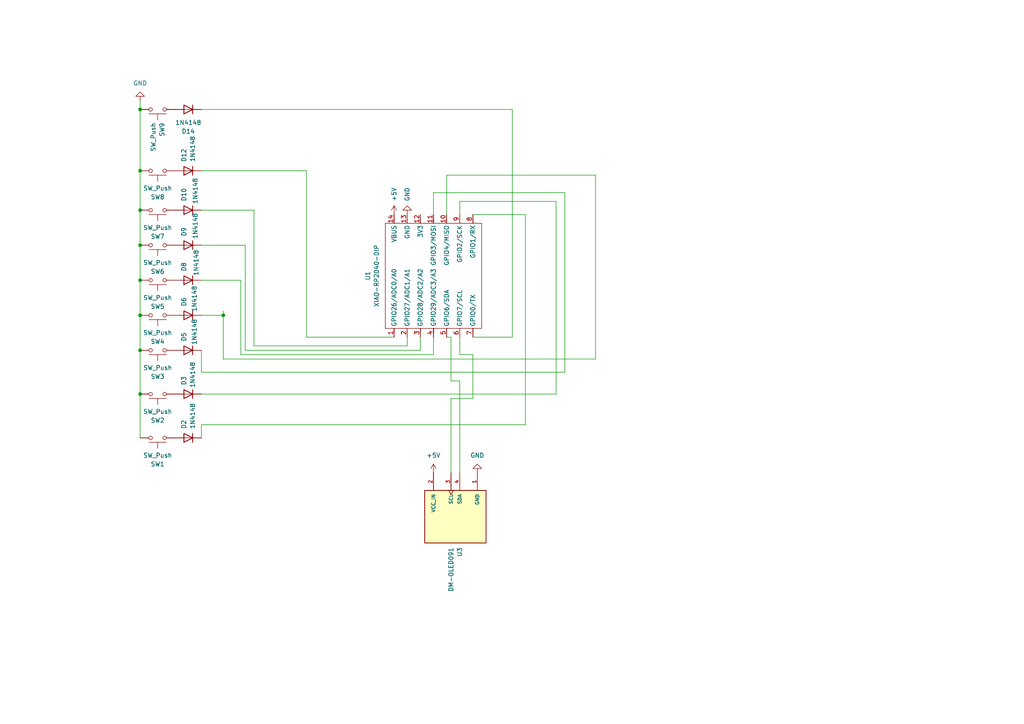
<source format=kicad_sch>
(kicad_sch (version 20231120) (generator "eeschema") (generator_version "8.0")
  (paper "A4")
  (lib_symbols
    (symbol "Diode:1N4148" (pin_numbers hide) (pin_names hide)
      (property "Reference" "D" (at 0 2.54 0))
      (property "Value" "1N4148" (at 0 -2.54 0))
      (symbol "1N4148_0_1"
        (polyline (pts (xy -1.27 1.27) (xy -1.27 -1.27)) (stroke (width 0.254)))
        (polyline (pts (xy 1.27 0) (xy -1.27 0)))
        (polyline (pts (xy 1.27 1.27) (xy 1.27 -1.27) (xy -1.27 0) (xy 1.27 1.27)) (stroke (width 0.254)))
      )
      (symbol "1N4148_1_1"
        (pin passive line (at -3.81 0 0) (length 2.54) (name "K") (number "1"))
        (pin passive line (at 3.81 0 180) (length 2.54) (name "A") (number "2"))
      )
    )
    (symbol "OLED_096:DM-OLED096-636" (pin_names (offset 1.016))
      (property "Reference" "U" (at -7.62 10.922 0))
      (property "Value" "DM-OLED096-636" (at -7.62 -10.16 0))
      (symbol "DM-OLED096-636_0_0"
        (rectangle (start -7.62 -7.62) (end 7.62 10.16) (stroke (width 0.254)) (fill (type background)))
        (pin power_in line (at 12.7 -5.08 180) (length 5.08) (name "GND") (number "1"))
        (pin power_in line (at 12.7 7.62 180) (length 5.08) (name "VCC_IN") (number "2"))
        (pin input clock (at 12.7 2.54 180) (length 5.08) (name "SCL") (number "3"))
        (pin bidirectional line (at 12.7 0 180) (length 5.08) (name "SDA") (number "4"))
      )
    )
    (symbol "OPL:XIAO-RP2040-DIP"
      (property "Reference" "U" (at 0 0 0))
      (property "Value" "XIAO-RP2040-DIP" (at 5.334 -1.778 0))
      (symbol "XIAO-RP2040-DIP_1_0"
        (polyline (pts (xy -1.27 -30.48) (xy -1.27 -16.51)) (stroke (width 0.1524)))
        (polyline (pts (xy -1.27 -27.94) (xy -2.54 -27.94)) (stroke (width 0.1524)))
        (polyline (pts (xy -1.27 -24.13) (xy -2.54 -24.13)) (stroke (width 0.1524)))
        (polyline (pts (xy -1.27 -20.32) (xy -2.54 -20.32)) (stroke (width 0.1524)))
        (polyline (pts (xy -1.27 -16.51) (xy -2.54 -16.51)) (stroke (width 0.1524)))
        (polyline (pts (xy -1.27 -16.51) (xy -1.27 -12.7)) (stroke (width 0.1524)))
        (polyline (pts (xy -1.27 -12.7) (xy -2.54 -12.7)) (stroke (width 0.1524)))
        (polyline (pts (xy -1.27 -12.7) (xy -1.27 -8.89)) (stroke (width 0.1524)))
        (polyline (pts (xy -1.27 -8.89) (xy -2.54 -8.89)) (stroke (width 0.1524)))
        (polyline (pts (xy -1.27 -8.89) (xy -1.27 -5.08)) (stroke (width 0.1524)))
        (polyline (pts (xy -1.27 -5.08) (xy -2.54 -5.08)) (stroke (width 0.1524)))
        (polyline (pts (xy -1.27 -5.08) (xy -1.27 -2.54)) (stroke (width 0.1524)))
        (polyline (pts (xy -1.27 -2.54) (xy 29.21 -2.54)) (stroke (width 0.1524)))
        (polyline (pts (xy 29.21 -30.48) (xy -1.27 -30.48)) (stroke (width 0.1524)))
        (polyline (pts (xy 29.21 -12.7) (xy 29.21 -30.48)) (stroke (width 0.1524)))
        (polyline (pts (xy 29.21 -8.89) (xy 29.21 -12.7)) (stroke (width 0.1524)))
        (polyline (pts (xy 29.21 -5.08) (xy 29.21 -8.89)) (stroke (width 0.1524)))
        (polyline (pts (xy 29.21 -2.54) (xy 29.21 -5.08)) (stroke (width 0.1524)))
        (polyline (pts (xy 30.48 -27.94) (xy 29.21 -27.94)) (stroke (width 0.1524)))
        (polyline (pts (xy 30.48 -24.13) (xy 29.21 -24.13)) (stroke (width 0.1524)))
        (polyline (pts (xy 30.48 -20.32) (xy 29.21 -20.32)) (stroke (width 0.1524)))
        (polyline (pts (xy 30.48 -16.51) (xy 29.21 -16.51)) (stroke (width 0.1524)))
        (polyline (pts (xy 30.48 -12.7) (xy 29.21 -12.7)) (stroke (width 0.1524)))
        (polyline (pts (xy 30.48 -8.89) (xy 29.21 -8.89)) (stroke (width 0.1524)))
        (polyline (pts (xy 30.48 -5.08) (xy 29.21 -5.08)) (stroke (width 0.1524)))
        (pin passive line (at -3.81 -5.08 0) (length 2.54) (name "GPIO26/ADC0/A0") (number "1"))
        (pin passive line (at 31.75 -20.32 180) (length 2.54) (name "GPIO4/MISO") (number "10"))
        (pin passive line (at 31.75 -16.51 180) (length 2.54) (name "GPIO3/MOSI") (number "11"))
        (pin passive line (at 31.75 -12.7 180) (length 2.54) (name "3V3") (number "12"))
        (pin passive line (at 31.75 -8.89 180) (length 2.54) (name "GND") (number "13"))
        (pin passive line (at 31.75 -5.08 180) (length 2.54) (name "VBUS") (number "14"))
        (pin passive line (at -3.81 -8.89 0) (length 2.54) (name "GPIO27/ADC1/A1") (number "2"))
        (pin passive line (at -3.81 -12.7 0) (length 2.54) (name "GPIO28/ADC2/A2") (number "3"))
        (pin passive line (at -3.81 -16.51 0) (length 2.54) (name "GPIO29/ADC3/A3") (number "4"))
        (pin passive line (at -3.81 -20.32 0) (length 2.54) (name "GPIO6/SDA") (number "5"))
        (pin passive line (at -3.81 -24.13 0) (length 2.54) (name "GPIO7/SCL") (number "6"))
        (pin passive line (at -3.81 -27.94 0) (length 2.54) (name "GPIO0/TX") (number "7"))
        (pin passive line (at 31.75 -27.94 180) (length 2.54) (name "GPIO1/RX") (number "8"))
        (pin passive line (at 31.75 -24.13 180) (length 2.54) (name "GPIO2/SCK") (number "9"))
      )
    )
    (symbol "Switch:SW_Push" (pin_numbers hide) (pin_names (offset 1.016) hide)
      (property "Reference" "SW" (at 1.27 2.54 0))
      (property "Value" "SW_Push" (at 0 -1.524 0))
      (symbol "SW_Push_0_1"
        (circle (center -2.032 0) (radius 0.508))
        (polyline (pts (xy 0 1.27) (xy 0 3.048)))
        (polyline (pts (xy 2.54 1.27) (xy -2.54 1.27)))
        (circle (center 2.032 0) (radius 0.508))
        (pin passive line (at -5.08 0 0) (length 2.54) (name "1") (number "1"))
        (pin passive line (at 5.08 0 180) (length 2.54) (name "2") (number "2"))
      )
    )
    (symbol "power:+5V" (power) (pin_numbers hide) (pin_names (offset 0) hide)
      (property "Value" "+5V" (at 0 3.556 0))
      (symbol "+5V_0_1"
        (polyline (pts (xy -0.762 1.27) (xy 0 2.54)))
        (polyline (pts (xy 0 0) (xy 0 2.54)))
        (polyline (pts (xy 0 2.54) (xy 0.762 1.27)))
      )
      (symbol "+5V_1_1"
        (pin power_in line (at 0 0 90) (length 0) (name "~") (number "1"))
      )
    )
    (symbol "power:GND" (power) (pin_numbers hide) (pin_names (offset 0) hide)
      (property "Value" "GND" (at 0 -3.81 0))
      (symbol "GND_0_1"
        (polyline (pts (xy 0 0) (xy 0 -1.27) (xy 1.27 -1.27) (xy 0 -2.54) (xy -1.27 -1.27) (xy 0 -1.27)))
      )
      (symbol "GND_1_1"
        (pin power_in line (at 0 0 270) (length 0) (name "~") (number "1"))
      )
    )
  )
  (junction (at 40.64 31.75))
  (junction (at 40.64 91.44))
  (junction (at 40.64 49.53))
  (junction (at 40.64 71.12))
  (junction (at 40.64 81.28))
  (junction (at 40.64 60.96))
  (junction (at 64.77 91.44))
  (junction (at 40.64 114.3))
  (junction (at 40.64 101.6))
  (wire (pts (xy 152.4 62.23) (xy 137.16 62.23)))
  (wire (pts (xy 40.64 49.53) (xy 40.64 60.96)))
  (wire (pts (xy 125.73 55.88) (xy 125.73 62.23)))
  (wire (pts (xy 133.35 97.79) (xy 133.35 102.87)))
  (wire (pts (xy 148.59 31.75) (xy 58.42 31.75)))
  (wire (pts (xy 88.9 97.79) (xy 114.3 97.79)))
  (wire (pts (xy 118.11 97.79) (xy 118.11 100.33)))
  (wire (pts (xy 40.64 60.96) (xy 40.64 71.12)))
  (wire (pts (xy 130.81 115.57) (xy 137.16 115.57)))
  (wire (pts (xy 58.42 107.95) (xy 163.83 107.95)))
  (wire (pts (xy 121.92 97.79) (xy 121.92 101.6)))
  (wire (pts (xy 129.54 62.23) (xy 129.54 50.8)))
  (wire (pts (xy 73.66 60.96) (xy 58.42 60.96)))
  (wire (pts (xy 69.85 81.28) (xy 69.85 102.87)))
  (wire (pts (xy 58.42 101.6) (xy 58.42 107.95)))
  (wire (pts (xy 64.77 91.44) (xy 64.77 104.14)))
  (wire (pts (xy 148.59 97.79) (xy 148.59 31.75)))
  (wire (pts (xy 69.85 102.87) (xy 125.73 102.87)))
  (wire (pts (xy 58.42 127) (xy 58.42 123.19)))
  (wire (pts (xy 58.42 81.28) (xy 69.85 81.28)))
  (wire (pts (xy 125.73 102.87) (xy 125.73 97.79)))
  (wire (pts (xy 121.92 101.6) (xy 71.12 101.6)))
  (wire (pts (xy 172.72 50.8) (xy 172.72 104.14)))
  (wire (pts (xy 152.4 123.19) (xy 152.4 62.23)))
  (wire (pts (xy 130.81 110.49) (xy 130.81 97.79)))
  (wire (pts (xy 40.64 114.3) (xy 40.64 127)))
  (wire (pts (xy 133.35 62.23) (xy 133.35 58.42)))
  (wire (pts (xy 163.83 107.95) (xy 163.83 55.88)))
  (wire (pts (xy 40.64 29.21) (xy 40.64 31.75)))
  (wire (pts (xy 64.77 90.17) (xy 64.77 91.44)))
  (wire (pts (xy 137.16 115.57) (xy 137.16 102.87)))
  (wire (pts (xy 129.54 50.8) (xy 172.72 50.8)))
  (wire (pts (xy 172.72 104.14) (xy 64.77 104.14)))
  (wire (pts (xy 40.64 91.44) (xy 40.64 101.6)))
  (wire (pts (xy 40.64 81.28) (xy 40.64 91.44)))
  (wire (pts (xy 58.42 123.19) (xy 152.4 123.19)))
  (wire (pts (xy 88.9 49.53) (xy 88.9 97.79)))
  (wire (pts (xy 133.35 110.49) (xy 130.81 110.49)))
  (wire (pts (xy 137.16 97.79) (xy 148.59 97.79)))
  (wire (pts (xy 71.12 71.12) (xy 58.42 71.12)))
  (wire (pts (xy 64.77 91.44) (xy 58.42 91.44)))
  (wire (pts (xy 73.66 100.33) (xy 73.66 60.96)))
  (wire (pts (xy 163.83 55.88) (xy 125.73 55.88)))
  (wire (pts (xy 58.42 49.53) (xy 88.9 49.53)))
  (wire (pts (xy 161.29 58.42) (xy 161.29 114.3)))
  (wire (pts (xy 40.64 31.75) (xy 40.64 49.53)))
  (wire (pts (xy 161.29 114.3) (xy 58.42 114.3)))
  (wire (pts (xy 137.16 102.87) (xy 133.35 102.87)))
  (wire (pts (xy 118.11 100.33) (xy 73.66 100.33)))
  (wire (pts (xy 130.81 97.79) (xy 129.54 97.79)))
  (wire (pts (xy 40.64 71.12) (xy 40.64 81.28)))
  (wire (pts (xy 71.12 101.6) (xy 71.12 71.12)))
  (wire (pts (xy 40.64 101.6) (xy 40.64 114.3)))
  (wire (pts (xy 133.35 137.16) (xy 133.35 110.49)))
  (wire (pts (xy 130.81 137.16) (xy 130.81 115.57)))
  (wire (pts (xy 133.35 58.42) (xy 161.29 58.42)))
  (symbol (lib_id "power:GND") (at 138.43 137.16 180) (unit 1)
    (property "Reference" "#PWR09" (effects (hide yes)))
    (property "Value" "GND" (at 138.43 132.08 0))
    (property "Description" "Power symbol creates a global label with name \"GND\" , ground" (effects (hide yes)))
  )
  (symbol (lib_id "power:+5V") (at 125.73 137.16 0) (unit 1)
    (property "Reference" "#PWR010" (effects (hide yes)))
    (property "Value" "+5V" (at 125.73 132.08 0))
    (property "Description" "Power symbol creates a global label with name \"+5V\"" (effects (hide yes)))
  )
  (symbol (lib_id "Diode:1N4148") (at 54.61 81.28 180) (unit 1)
    (property "Reference" "D8" (at 53.3399 78.74 90) (effects (justify right)))
    (property "Value" "1N4148" (at 56.896 80.01 90) (effects (justify right)))
    (property "Footprint" "Diode_THT:D_DO-35_SOD27_P7.62mm_Horizontal" (effects (hide yes)))
    (property "Datasheet" "https://assets.nexperia.com/documents/data-sheet/1N4148_1N4448.pdf" (effects (hide yes)))
    (property "Description" "100V 0.15A standard switching diode, DO-35" (effects (hide yes)))
    (property "Sim.Device" "D" (effects (hide yes)))
    (property "Sim.Pins" "1=K 2=A" (effects (hide yes)))
  )
  (symbol (lib_id "power:GND") (at 40.64 29.21 180) (unit 1)
    (property "Reference" "#PWR013" (effects (hide yes)))
    (property "Value" "GND" (at 40.64 24.13 0))
    (property "Description" "Power symbol creates a global label with name \"GND\" , ground" (effects (hide yes)))
  )
  (symbol (lib_id "power:+5V") (at 114.3 62.23 0) (unit 1)
    (property "Reference" "#PWR05" (effects (hide yes)))
    (property "Value" "+5V" (at 114.2999 58.42 90) (effects (justify left)))
    (property "Description" "Power symbol creates a global label with name \"+5V\"" (effects (hide yes)))
  )
  (symbol (lib_id "Diode:1N4148") (at 54.61 114.3 180) (unit 1)
    (property "Reference" "D3" (at 53.3399 111.76 90) (effects (justify right)))
    (property "Value" "1N4148" (at 55.88 112.522 90) (effects (justify right)))
    (property "Footprint" "Diode_THT:D_DO-35_SOD27_P7.62mm_Horizontal" (effects (hide yes)))
    (property "Datasheet" "https://assets.nexperia.com/documents/data-sheet/1N4148_1N4448.pdf" (effects (hide yes)))
    (property "Description" "100V 0.15A standard switching diode, DO-35" (effects (hide yes)))
    (property "Sim.Device" "D" (effects (hide yes)))
    (property "Sim.Pins" "1=K 2=A" (effects (hide yes)))
  )
  (symbol (lib_id "power:GND") (at 118.11 62.23 180) (unit 1)
    (property "Reference" "#PWR06" (effects (hide yes)))
    (property "Value" "GND" (at 118.1099 58.42 90) (effects (justify right)))
    (property "Description" "Power symbol creates a global label with name \"GND\" , ground" (effects (hide yes)))
  )
  (symbol (lib_id "Diode:1N4148") (at 54.61 49.53 180) (unit 1)
    (property "Reference" "D12" (at 53.3399 46.99 90) (effects (justify right)))
    (property "Value" "1N4148" (at 55.8799 46.99 90) (effects (justify right)))
    (property "Footprint" "Diode_THT:D_DO-35_SOD27_P7.62mm_Horizontal" (effects (hide yes)))
    (property "Datasheet" "https://assets.nexperia.com/documents/data-sheet/1N4148_1N4448.pdf" (effects (hide yes)))
    (property "Description" "100V 0.15A standard switching diode, DO-35" (effects (hide yes)))
    (property "Sim.Device" "D" (effects (hide yes)))
    (property "Sim.Pins" "1=K 2=A" (effects (hide yes)))
  )
  (symbol (lib_id "Switch:SW_Push") (at 45.72 71.12 180) (unit 1)
    (property "Reference" "SW6" (at 45.72 78.74 0))
    (property "Value" "SW_Push" (at 45.72 76.2 0))
    (property "Footprint" "Button_Switch_Keyboard:SW_Cherry_MX_1.00u_PCB" (effects (hide yes)))
    (property "Description" "Push button switch, generic, two pins" (effects (hide yes)))
  )
  (symbol (lib_id "Diode:1N4148") (at 54.61 91.44 180) (unit 1)
    (property "Reference" "D6" (at 53.3399 88.9 90) (effects (justify right)))
    (property "Value" "1N4148" (at 56.388 90.424 90) (effects (justify right)))
    (property "Footprint" "Diode_THT:D_DO-35_SOD27_P7.62mm_Horizontal" (effects (hide yes)))
    (property "Datasheet" "https://assets.nexperia.com/documents/data-sheet/1N4148_1N4448.pdf" (effects (hide yes)))
    (property "Description" "100V 0.15A standard switching diode, DO-35" (effects (hide yes)))
    (property "Sim.Device" "D" (effects (hide yes)))
    (property "Sim.Pins" "1=K 2=A" (effects (hide yes)))
  )
  (symbol (lib_id "Diode:1N4148") (at 54.61 101.6 180) (unit 1)
    (property "Reference" "D5" (at 53.3399 99.06 90) (effects (justify right)))
    (property "Value" "1N4148" (at 56.388 100.076 90) (effects (justify right)))
    (property "Footprint" "Diode_THT:D_DO-35_SOD27_P7.62mm_Horizontal" (effects (hide yes)))
    (property "Datasheet" "https://assets.nexperia.com/documents/data-sheet/1N4148_1N4448.pdf" (effects (hide yes)))
    (property "Description" "100V 0.15A standard switching diode, DO-35" (effects (hide yes)))
    (property "Sim.Device" "D" (effects (hide yes)))
    (property "Sim.Pins" "1=K 2=A" (effects (hide yes)))
  )
  (symbol (lib_id "Switch:SW_Push") (at 45.72 31.75 180) (unit 1)
    (property "Reference" "SW9" (at 46.9901 35.56 90) (effects (justify left)))
    (property "Value" "SW_Push" (at 44.4501 35.56 90) (effects (justify left)))
    (property "Footprint" "Button_Switch_Keyboard:SW_Cherry_MX_1.00u_PCB" (effects (hide yes)))
    (property "Description" "Push button switch, generic, two pins" (effects (hide yes)))
  )
  (symbol (lib_id "Switch:SW_Push") (at 45.72 101.6 180) (unit 1)
    (property "Reference" "SW3" (at 45.72 109.22 0))
    (property "Value" "SW_Push" (at 45.72 106.68 0))
    (property "Footprint" "Button_Switch_Keyboard:SW_Cherry_MX_1.00u_PCB" (effects (hide yes)))
    (property "Description" "Push button switch, generic, two pins" (effects (hide yes)))
  )
  (symbol (lib_id "Switch:SW_Push") (at 45.72 91.44 180) (unit 1)
    (property "Reference" "SW4" (at 45.72 99.06 0))
    (property "Value" "SW_Push" (at 45.72 96.52 0))
    (property "Footprint" "Button_Switch_Keyboard:SW_Cherry_MX_1.00u_PCB" (effects (hide yes)))
    (property "Description" "Push button switch, generic, two pins" (effects (hide yes)))
  )
  (symbol (lib_id "Switch:SW_Push") (at 45.72 81.28 180) (unit 1)
    (property "Reference" "SW5" (at 45.72 88.9 0))
    (property "Value" "SW_Push" (at 45.72 86.36 0))
    (property "Footprint" "Button_Switch_Keyboard:SW_Cherry_MX_1.00u_PCB" (effects (hide yes)))
    (property "Description" "Push button switch, generic, two pins" (effects (hide yes)))
  )
  (symbol (lib_id "Switch:SW_Push") (at 45.72 49.53 180) (unit 1)
    (property "Reference" "SW8" (at 45.72 57.15 0))
    (property "Value" "SW_Push" (at 45.72 54.61 0))
    (property "Footprint" "Button_Switch_Keyboard:SW_Cherry_MX_1.00u_PCB" (effects (hide yes)))
    (property "Description" "Push button switch, generic, two pins" (effects (hide yes)))
  )
  (symbol (lib_id "Switch:SW_Push") (at 45.72 114.3 180) (unit 1)
    (property "Reference" "SW2" (at 45.72 121.92 0))
    (property "Value" "SW_Push" (at 45.72 119.38 0))
    (property "Footprint" "Button_Switch_Keyboard:SW_Cherry_MX_1.00u_PCB" (effects (hide yes)))
    (property "Description" "Push button switch, generic, two pins" (effects (hide yes)))
  )
  (symbol (lib_id "Switch:SW_Push") (at 45.72 60.96 180) (unit 1)
    (property "Reference" "SW7" (at 45.72 68.58 0))
    (property "Value" "SW_Push" (at 45.72 66.04 0))
    (property "Footprint" "Button_Switch_Keyboard:SW_Cherry_MX_1.00u_PCB" (effects (hide yes)))
    (property "Description" "Push button switch, generic, two pins" (effects (hide yes)))
  )
  (symbol (lib_id "Diode:1N4148") (at 54.61 71.12 180) (unit 1)
    (property "Reference" "D9" (at 53.3399 68.58 90) (effects (justify right)))
    (property "Value" "1N4148" (at 56.642 69.342 90) (effects (justify right)))
    (property "Footprint" "Diode_THT:D_DO-35_SOD27_P7.62mm_Horizontal" (effects (hide yes)))
    (property "Datasheet" "https://assets.nexperia.com/documents/data-sheet/1N4148_1N4448.pdf" (effects (hide yes)))
    (property "Description" "100V 0.15A standard switching diode, DO-35" (effects (hide yes)))
    (property "Sim.Device" "D" (effects (hide yes)))
    (property "Sim.Pins" "1=K 2=A" (effects (hide yes)))
  )
  (symbol (lib_id "OPL:XIAO-RP2040-DIP") (at 109.22 93.98 90) (unit 1)
    (property "Reference" "U1" (at 106.68 80.01 0))
    (property "Value" "XIAO-RP2040-DIP" (at 109.22 80.01 0))
    (property "Footprint" "OPL:XIAO-RP2040-DIP" (effects (hide yes)))
  )
  (symbol (lib_id "Diode:1N4148") (at 54.61 60.96 180) (unit 1)
    (property "Reference" "D10" (at 53.3399 58.42 90) (effects (justify right)))
    (property "Value" "1N4148" (at 56.642 59.182 90) (effects (justify right)))
    (property "Footprint" "Diode_THT:D_DO-35_SOD27_P7.62mm_Horizontal" (effects (hide yes)))
    (property "Datasheet" "https://assets.nexperia.com/documents/data-sheet/1N4148_1N4448.pdf" (effects (hide yes)))
    (property "Description" "100V 0.15A standard switching diode, DO-35" (effects (hide yes)))
    (property "Sim.Device" "D" (effects (hide yes)))
    (property "Sim.Pins" "1=K 2=A" (effects (hide yes)))
  )
  (symbol (lib_id "Diode:1N4148") (at 54.61 127 180) (unit 1)
    (property "Reference" "D2" (at 53.3399 124.46 90) (effects (justify right)))
    (property "Value" "1N4148" (at 55.8799 124.46 90) (effects (justify right)))
    (property "Footprint" "Diode_THT:D_DO-35_SOD27_P7.62mm_Horizontal" (effects (hide yes)))
    (property "Datasheet" "https://assets.nexperia.com/documents/data-sheet/1N4148_1N4448.pdf" (effects (hide yes)))
    (property "Description" "100V 0.15A standard switching diode, DO-35" (effects (hide yes)))
    (property "Sim.Device" "D" (effects (hide yes)))
    (property "Sim.Pins" "1=K 2=A" (effects (hide yes)))
  )
  (symbol (lib_id "Diode:1N4148") (at 54.61 31.75 180) (unit 1)
    (property "Reference" "D14" (at 54.61 38.1 0))
    (property "Value" "1N4148" (at 54.61 35.56 0))
    (property "Footprint" "Diode_THT:D_DO-35_SOD27_P7.62mm_Horizontal" (effects (hide yes)))
    (property "Datasheet" "https://assets.nexperia.com/documents/data-sheet/1N4148_1N4448.pdf" (effects (hide yes)))
    (property "Description" "100V 0.15A standard switching diode, DO-35" (effects (hide yes)))
    (property "Sim.Device" "D" (effects (hide yes)))
    (property "Sim.Pins" "1=K 2=A" (effects (hide yes)))
  )
  (symbol (lib_id "OLED_096:DM-OLED096-636") (at 133.35 149.86 90) (unit 1)
    (property "Reference" "U3" (at 133.3501 158.75 0) (effects (justify right)))
    (property "Value" "DM-OLED091" (at 130.8101 158.75 0) (effects (justify right)))
    (property "Footprint" "OLED_096:SSD1306-0.91-OLED-4pin-128x32" (effects (hide yes)))
    (property "MF" "Display Module" (effects (hide yes)))
    (property "MAXIMUM_PACKAGE_HEIGHT" "11.3 mm" (effects (hide yes)))
    (property "Package" "Package" (effects (hide yes)))
    (property "Price" "None" (effects (hide yes)))
    (property "Check_prices" "https://www.snapeda.com/parts/DM-OLED096-636/Display+Module/view-part/?ref=eda" (effects (hide yes)))
    (property "STANDARD" "Manufacturer Recommendations" (effects (hide yes)))
    (property "PARTREV" "2018-09-10" (effects (hide yes)))
    (property "SnapEDA_Link" "https://www.snapeda.com/parts/DM-OLED096-636/Display+Module/view-part/?ref=snap" (effects (hide yes)))
    (property "MP" "DM-OLED096-636" (effects (hide yes)))
    (property "Description_1" "\n                        \n                            0.96” 128 X 64 MONOCHROME GRAPHIC OLED DISPLAY MODULE - I2C\n                        \n" (effects (hide yes)))
    (property "Availability" "Not in stock" (effects (hide yes)))
    (property "MANUFACTURER" "Displaymodule" (effects (hide yes)))
  )
  (symbol (lib_id "Switch:SW_Push") (at 45.72 127 180) (unit 1)
    (property "Reference" "SW1" (at 45.72 134.62 0))
    (property "Value" "SW_Push" (at 45.72 132.08 0))
    (property "Footprint" "Button_Switch_Keyboard:SW_Cherry_MX_1.00u_PCB" (effects (hide yes)))
    (property "Description" "Push button switch, generic, two pins" (effects (hide yes)))
  )
)
</source>
